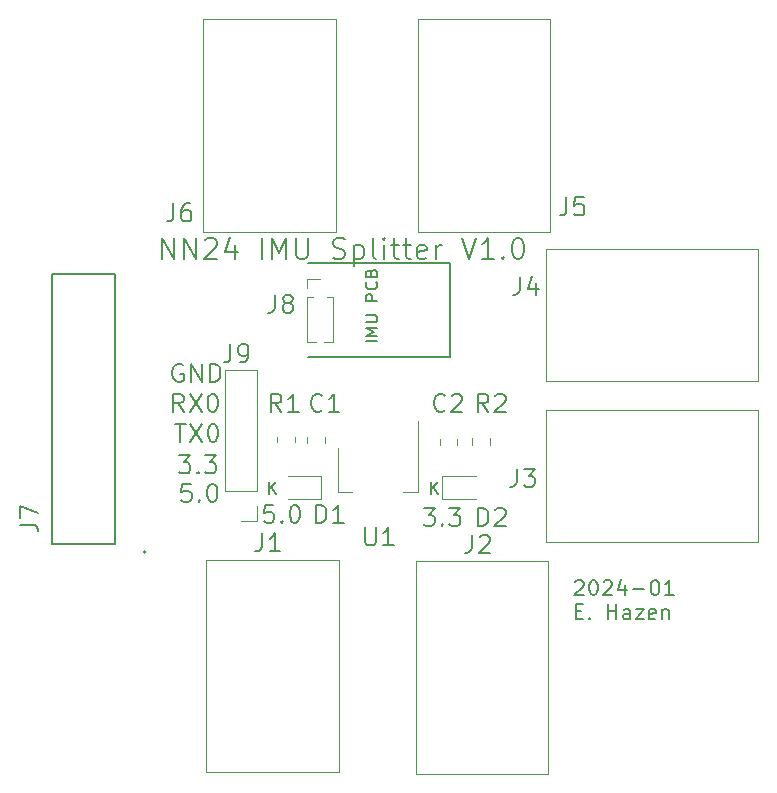
<source format=gbr>
%TF.GenerationSoftware,KiCad,Pcbnew,7.0.10-7.0.10~ubuntu22.04.1*%
%TF.CreationDate,2024-01-24T15:45:47-05:00*%
%TF.ProjectId,imu-splitter,696d752d-7370-46c6-9974-7465722e6b69,rev?*%
%TF.SameCoordinates,Original*%
%TF.FileFunction,Legend,Top*%
%TF.FilePolarity,Positive*%
%FSLAX46Y46*%
G04 Gerber Fmt 4.6, Leading zero omitted, Abs format (unit mm)*
G04 Created by KiCad (PCBNEW 7.0.10-7.0.10~ubuntu22.04.1) date 2024-01-24 15:45:47*
%MOMM*%
%LPD*%
G01*
G04 APERTURE LIST*
%ADD10C,0.150000*%
%ADD11C,0.203200*%
%ADD12C,0.152400*%
%ADD13C,0.100000*%
%ADD14C,0.120000*%
%ADD15C,0.200000*%
G04 APERTURE END LIST*
D10*
X196091000Y-98486000D02*
X184091000Y-98486000D01*
X196091000Y-90486000D02*
X196091000Y-98486000D01*
X184091000Y-90486000D02*
X196091000Y-90486000D01*
D11*
X172843826Y-104146924D02*
X173714684Y-104146924D01*
X173279255Y-105670924D02*
X173279255Y-104146924D01*
X174077541Y-104146924D02*
X175093541Y-105670924D01*
X175093541Y-104146924D02*
X174077541Y-105670924D01*
X175964398Y-104146924D02*
X176109541Y-104146924D01*
X176109541Y-104146924D02*
X176254684Y-104219495D01*
X176254684Y-104219495D02*
X176327256Y-104292067D01*
X176327256Y-104292067D02*
X176399827Y-104437210D01*
X176399827Y-104437210D02*
X176472398Y-104727495D01*
X176472398Y-104727495D02*
X176472398Y-105090353D01*
X176472398Y-105090353D02*
X176399827Y-105380638D01*
X176399827Y-105380638D02*
X176327256Y-105525781D01*
X176327256Y-105525781D02*
X176254684Y-105598353D01*
X176254684Y-105598353D02*
X176109541Y-105670924D01*
X176109541Y-105670924D02*
X175964398Y-105670924D01*
X175964398Y-105670924D02*
X175819256Y-105598353D01*
X175819256Y-105598353D02*
X175746684Y-105525781D01*
X175746684Y-105525781D02*
X175674113Y-105380638D01*
X175674113Y-105380638D02*
X175601541Y-105090353D01*
X175601541Y-105090353D02*
X175601541Y-104727495D01*
X175601541Y-104727495D02*
X175674113Y-104437210D01*
X175674113Y-104437210D02*
X175746684Y-104292067D01*
X175746684Y-104292067D02*
X175819256Y-104219495D01*
X175819256Y-104219495D02*
X175964398Y-104146924D01*
X173170398Y-106813924D02*
X174113826Y-106813924D01*
X174113826Y-106813924D02*
X173605826Y-107394495D01*
X173605826Y-107394495D02*
X173823541Y-107394495D01*
X173823541Y-107394495D02*
X173968684Y-107467067D01*
X173968684Y-107467067D02*
X174041255Y-107539638D01*
X174041255Y-107539638D02*
X174113826Y-107684781D01*
X174113826Y-107684781D02*
X174113826Y-108047638D01*
X174113826Y-108047638D02*
X174041255Y-108192781D01*
X174041255Y-108192781D02*
X173968684Y-108265353D01*
X173968684Y-108265353D02*
X173823541Y-108337924D01*
X173823541Y-108337924D02*
X173388112Y-108337924D01*
X173388112Y-108337924D02*
X173242969Y-108265353D01*
X173242969Y-108265353D02*
X173170398Y-108192781D01*
X174766970Y-108192781D02*
X174839541Y-108265353D01*
X174839541Y-108265353D02*
X174766970Y-108337924D01*
X174766970Y-108337924D02*
X174694398Y-108265353D01*
X174694398Y-108265353D02*
X174766970Y-108192781D01*
X174766970Y-108192781D02*
X174766970Y-108337924D01*
X175347541Y-106813924D02*
X176290969Y-106813924D01*
X176290969Y-106813924D02*
X175782969Y-107394495D01*
X175782969Y-107394495D02*
X176000684Y-107394495D01*
X176000684Y-107394495D02*
X176145827Y-107467067D01*
X176145827Y-107467067D02*
X176218398Y-107539638D01*
X176218398Y-107539638D02*
X176290969Y-107684781D01*
X176290969Y-107684781D02*
X176290969Y-108047638D01*
X176290969Y-108047638D02*
X176218398Y-108192781D01*
X176218398Y-108192781D02*
X176145827Y-108265353D01*
X176145827Y-108265353D02*
X176000684Y-108337924D01*
X176000684Y-108337924D02*
X175565255Y-108337924D01*
X175565255Y-108337924D02*
X175420112Y-108265353D01*
X175420112Y-108265353D02*
X175347541Y-108192781D01*
X173478826Y-99139495D02*
X173333684Y-99066924D01*
X173333684Y-99066924D02*
X173115969Y-99066924D01*
X173115969Y-99066924D02*
X172898255Y-99139495D01*
X172898255Y-99139495D02*
X172753112Y-99284638D01*
X172753112Y-99284638D02*
X172680541Y-99429781D01*
X172680541Y-99429781D02*
X172607969Y-99720067D01*
X172607969Y-99720067D02*
X172607969Y-99937781D01*
X172607969Y-99937781D02*
X172680541Y-100228067D01*
X172680541Y-100228067D02*
X172753112Y-100373210D01*
X172753112Y-100373210D02*
X172898255Y-100518353D01*
X172898255Y-100518353D02*
X173115969Y-100590924D01*
X173115969Y-100590924D02*
X173261112Y-100590924D01*
X173261112Y-100590924D02*
X173478826Y-100518353D01*
X173478826Y-100518353D02*
X173551398Y-100445781D01*
X173551398Y-100445781D02*
X173551398Y-99937781D01*
X173551398Y-99937781D02*
X173261112Y-99937781D01*
X174204541Y-100590924D02*
X174204541Y-99066924D01*
X174204541Y-99066924D02*
X175075398Y-100590924D01*
X175075398Y-100590924D02*
X175075398Y-99066924D01*
X175801112Y-100590924D02*
X175801112Y-99066924D01*
X175801112Y-99066924D02*
X176163969Y-99066924D01*
X176163969Y-99066924D02*
X176381683Y-99139495D01*
X176381683Y-99139495D02*
X176526826Y-99284638D01*
X176526826Y-99284638D02*
X176599397Y-99429781D01*
X176599397Y-99429781D02*
X176671969Y-99720067D01*
X176671969Y-99720067D02*
X176671969Y-99937781D01*
X176671969Y-99937781D02*
X176599397Y-100228067D01*
X176599397Y-100228067D02*
X176526826Y-100373210D01*
X176526826Y-100373210D02*
X176381683Y-100518353D01*
X176381683Y-100518353D02*
X176163969Y-100590924D01*
X176163969Y-100590924D02*
X175801112Y-100590924D01*
X173551398Y-103130924D02*
X173043398Y-102405210D01*
X172680541Y-103130924D02*
X172680541Y-101606924D01*
X172680541Y-101606924D02*
X173261112Y-101606924D01*
X173261112Y-101606924D02*
X173406255Y-101679495D01*
X173406255Y-101679495D02*
X173478826Y-101752067D01*
X173478826Y-101752067D02*
X173551398Y-101897210D01*
X173551398Y-101897210D02*
X173551398Y-102114924D01*
X173551398Y-102114924D02*
X173478826Y-102260067D01*
X173478826Y-102260067D02*
X173406255Y-102332638D01*
X173406255Y-102332638D02*
X173261112Y-102405210D01*
X173261112Y-102405210D02*
X172680541Y-102405210D01*
X174059398Y-101606924D02*
X175075398Y-103130924D01*
X175075398Y-101606924D02*
X174059398Y-103130924D01*
X175946255Y-101606924D02*
X176091398Y-101606924D01*
X176091398Y-101606924D02*
X176236541Y-101679495D01*
X176236541Y-101679495D02*
X176309113Y-101752067D01*
X176309113Y-101752067D02*
X176381684Y-101897210D01*
X176381684Y-101897210D02*
X176454255Y-102187495D01*
X176454255Y-102187495D02*
X176454255Y-102550353D01*
X176454255Y-102550353D02*
X176381684Y-102840638D01*
X176381684Y-102840638D02*
X176309113Y-102985781D01*
X176309113Y-102985781D02*
X176236541Y-103058353D01*
X176236541Y-103058353D02*
X176091398Y-103130924D01*
X176091398Y-103130924D02*
X175946255Y-103130924D01*
X175946255Y-103130924D02*
X175801113Y-103058353D01*
X175801113Y-103058353D02*
X175728541Y-102985781D01*
X175728541Y-102985781D02*
X175655970Y-102840638D01*
X175655970Y-102840638D02*
X175583398Y-102550353D01*
X175583398Y-102550353D02*
X175583398Y-102187495D01*
X175583398Y-102187495D02*
X175655970Y-101897210D01*
X175655970Y-101897210D02*
X175728541Y-101752067D01*
X175728541Y-101752067D02*
X175801113Y-101679495D01*
X175801113Y-101679495D02*
X175946255Y-101606924D01*
D10*
X180775779Y-110055819D02*
X180775779Y-109055819D01*
X181347207Y-110055819D02*
X180918636Y-109484390D01*
X181347207Y-109055819D02*
X180775779Y-109627247D01*
D11*
X193871398Y-111258924D02*
X194814826Y-111258924D01*
X194814826Y-111258924D02*
X194306826Y-111839495D01*
X194306826Y-111839495D02*
X194524541Y-111839495D01*
X194524541Y-111839495D02*
X194669684Y-111912067D01*
X194669684Y-111912067D02*
X194742255Y-111984638D01*
X194742255Y-111984638D02*
X194814826Y-112129781D01*
X194814826Y-112129781D02*
X194814826Y-112492638D01*
X194814826Y-112492638D02*
X194742255Y-112637781D01*
X194742255Y-112637781D02*
X194669684Y-112710353D01*
X194669684Y-112710353D02*
X194524541Y-112782924D01*
X194524541Y-112782924D02*
X194089112Y-112782924D01*
X194089112Y-112782924D02*
X193943969Y-112710353D01*
X193943969Y-112710353D02*
X193871398Y-112637781D01*
X195467970Y-112637781D02*
X195540541Y-112710353D01*
X195540541Y-112710353D02*
X195467970Y-112782924D01*
X195467970Y-112782924D02*
X195395398Y-112710353D01*
X195395398Y-112710353D02*
X195467970Y-112637781D01*
X195467970Y-112637781D02*
X195467970Y-112782924D01*
X196048541Y-111258924D02*
X196991969Y-111258924D01*
X196991969Y-111258924D02*
X196483969Y-111839495D01*
X196483969Y-111839495D02*
X196701684Y-111839495D01*
X196701684Y-111839495D02*
X196846827Y-111912067D01*
X196846827Y-111912067D02*
X196919398Y-111984638D01*
X196919398Y-111984638D02*
X196991969Y-112129781D01*
X196991969Y-112129781D02*
X196991969Y-112492638D01*
X196991969Y-112492638D02*
X196919398Y-112637781D01*
X196919398Y-112637781D02*
X196846827Y-112710353D01*
X196846827Y-112710353D02*
X196701684Y-112782924D01*
X196701684Y-112782924D02*
X196266255Y-112782924D01*
X196266255Y-112782924D02*
X196121112Y-112710353D01*
X196121112Y-112710353D02*
X196048541Y-112637781D01*
X171725017Y-90145840D02*
X171725017Y-88367840D01*
X171725017Y-88367840D02*
X172741017Y-90145840D01*
X172741017Y-90145840D02*
X172741017Y-88367840D01*
X173587684Y-90145840D02*
X173587684Y-88367840D01*
X173587684Y-88367840D02*
X174603684Y-90145840D01*
X174603684Y-90145840D02*
X174603684Y-88367840D01*
X175365684Y-88537174D02*
X175450351Y-88452507D01*
X175450351Y-88452507D02*
X175619684Y-88367840D01*
X175619684Y-88367840D02*
X176043018Y-88367840D01*
X176043018Y-88367840D02*
X176212351Y-88452507D01*
X176212351Y-88452507D02*
X176297018Y-88537174D01*
X176297018Y-88537174D02*
X176381684Y-88706507D01*
X176381684Y-88706507D02*
X176381684Y-88875840D01*
X176381684Y-88875840D02*
X176297018Y-89129840D01*
X176297018Y-89129840D02*
X175281018Y-90145840D01*
X175281018Y-90145840D02*
X176381684Y-90145840D01*
X177905684Y-88960507D02*
X177905684Y-90145840D01*
X177482351Y-88283174D02*
X177059017Y-89553174D01*
X177059017Y-89553174D02*
X178159684Y-89553174D01*
X180191684Y-90145840D02*
X180191684Y-88367840D01*
X181038351Y-90145840D02*
X181038351Y-88367840D01*
X181038351Y-88367840D02*
X181631018Y-89637840D01*
X181631018Y-89637840D02*
X182223684Y-88367840D01*
X182223684Y-88367840D02*
X182223684Y-90145840D01*
X183070351Y-88367840D02*
X183070351Y-89807174D01*
X183070351Y-89807174D02*
X183155018Y-89976507D01*
X183155018Y-89976507D02*
X183239684Y-90061174D01*
X183239684Y-90061174D02*
X183409018Y-90145840D01*
X183409018Y-90145840D02*
X183747684Y-90145840D01*
X183747684Y-90145840D02*
X183917018Y-90061174D01*
X183917018Y-90061174D02*
X184001684Y-89976507D01*
X184001684Y-89976507D02*
X184086351Y-89807174D01*
X184086351Y-89807174D02*
X184086351Y-88367840D01*
X186203018Y-90061174D02*
X186457018Y-90145840D01*
X186457018Y-90145840D02*
X186880352Y-90145840D01*
X186880352Y-90145840D02*
X187049685Y-90061174D01*
X187049685Y-90061174D02*
X187134352Y-89976507D01*
X187134352Y-89976507D02*
X187219018Y-89807174D01*
X187219018Y-89807174D02*
X187219018Y-89637840D01*
X187219018Y-89637840D02*
X187134352Y-89468507D01*
X187134352Y-89468507D02*
X187049685Y-89383840D01*
X187049685Y-89383840D02*
X186880352Y-89299174D01*
X186880352Y-89299174D02*
X186541685Y-89214507D01*
X186541685Y-89214507D02*
X186372352Y-89129840D01*
X186372352Y-89129840D02*
X186287685Y-89045174D01*
X186287685Y-89045174D02*
X186203018Y-88875840D01*
X186203018Y-88875840D02*
X186203018Y-88706507D01*
X186203018Y-88706507D02*
X186287685Y-88537174D01*
X186287685Y-88537174D02*
X186372352Y-88452507D01*
X186372352Y-88452507D02*
X186541685Y-88367840D01*
X186541685Y-88367840D02*
X186965018Y-88367840D01*
X186965018Y-88367840D02*
X187219018Y-88452507D01*
X187981018Y-88960507D02*
X187981018Y-90738507D01*
X187981018Y-89045174D02*
X188150351Y-88960507D01*
X188150351Y-88960507D02*
X188489018Y-88960507D01*
X188489018Y-88960507D02*
X188658351Y-89045174D01*
X188658351Y-89045174D02*
X188743018Y-89129840D01*
X188743018Y-89129840D02*
X188827685Y-89299174D01*
X188827685Y-89299174D02*
X188827685Y-89807174D01*
X188827685Y-89807174D02*
X188743018Y-89976507D01*
X188743018Y-89976507D02*
X188658351Y-90061174D01*
X188658351Y-90061174D02*
X188489018Y-90145840D01*
X188489018Y-90145840D02*
X188150351Y-90145840D01*
X188150351Y-90145840D02*
X187981018Y-90061174D01*
X189843685Y-90145840D02*
X189674352Y-90061174D01*
X189674352Y-90061174D02*
X189589685Y-89891840D01*
X189589685Y-89891840D02*
X189589685Y-88367840D01*
X190521018Y-90145840D02*
X190521018Y-88960507D01*
X190521018Y-88367840D02*
X190436351Y-88452507D01*
X190436351Y-88452507D02*
X190521018Y-88537174D01*
X190521018Y-88537174D02*
X190605685Y-88452507D01*
X190605685Y-88452507D02*
X190521018Y-88367840D01*
X190521018Y-88367840D02*
X190521018Y-88537174D01*
X191113685Y-88960507D02*
X191791018Y-88960507D01*
X191367685Y-88367840D02*
X191367685Y-89891840D01*
X191367685Y-89891840D02*
X191452352Y-90061174D01*
X191452352Y-90061174D02*
X191621685Y-90145840D01*
X191621685Y-90145840D02*
X191791018Y-90145840D01*
X192129685Y-88960507D02*
X192807018Y-88960507D01*
X192383685Y-88367840D02*
X192383685Y-89891840D01*
X192383685Y-89891840D02*
X192468352Y-90061174D01*
X192468352Y-90061174D02*
X192637685Y-90145840D01*
X192637685Y-90145840D02*
X192807018Y-90145840D01*
X194077018Y-90061174D02*
X193907685Y-90145840D01*
X193907685Y-90145840D02*
X193569018Y-90145840D01*
X193569018Y-90145840D02*
X193399685Y-90061174D01*
X193399685Y-90061174D02*
X193315018Y-89891840D01*
X193315018Y-89891840D02*
X193315018Y-89214507D01*
X193315018Y-89214507D02*
X193399685Y-89045174D01*
X193399685Y-89045174D02*
X193569018Y-88960507D01*
X193569018Y-88960507D02*
X193907685Y-88960507D01*
X193907685Y-88960507D02*
X194077018Y-89045174D01*
X194077018Y-89045174D02*
X194161685Y-89214507D01*
X194161685Y-89214507D02*
X194161685Y-89383840D01*
X194161685Y-89383840D02*
X193315018Y-89553174D01*
X194923685Y-90145840D02*
X194923685Y-88960507D01*
X194923685Y-89299174D02*
X195008352Y-89129840D01*
X195008352Y-89129840D02*
X195093018Y-89045174D01*
X195093018Y-89045174D02*
X195262352Y-88960507D01*
X195262352Y-88960507D02*
X195431685Y-88960507D01*
X197125019Y-88367840D02*
X197717686Y-90145840D01*
X197717686Y-90145840D02*
X198310352Y-88367840D01*
X199834352Y-90145840D02*
X198818352Y-90145840D01*
X199326352Y-90145840D02*
X199326352Y-88367840D01*
X199326352Y-88367840D02*
X199157019Y-88621840D01*
X199157019Y-88621840D02*
X198987686Y-88791174D01*
X198987686Y-88791174D02*
X198818352Y-88875840D01*
X200596352Y-89976507D02*
X200681019Y-90061174D01*
X200681019Y-90061174D02*
X200596352Y-90145840D01*
X200596352Y-90145840D02*
X200511685Y-90061174D01*
X200511685Y-90061174D02*
X200596352Y-89976507D01*
X200596352Y-89976507D02*
X200596352Y-90145840D01*
X201781686Y-88367840D02*
X201951019Y-88367840D01*
X201951019Y-88367840D02*
X202120352Y-88452507D01*
X202120352Y-88452507D02*
X202205019Y-88537174D01*
X202205019Y-88537174D02*
X202289686Y-88706507D01*
X202289686Y-88706507D02*
X202374352Y-89045174D01*
X202374352Y-89045174D02*
X202374352Y-89468507D01*
X202374352Y-89468507D02*
X202289686Y-89807174D01*
X202289686Y-89807174D02*
X202205019Y-89976507D01*
X202205019Y-89976507D02*
X202120352Y-90061174D01*
X202120352Y-90061174D02*
X201951019Y-90145840D01*
X201951019Y-90145840D02*
X201781686Y-90145840D01*
X201781686Y-90145840D02*
X201612352Y-90061174D01*
X201612352Y-90061174D02*
X201527686Y-89976507D01*
X201527686Y-89976507D02*
X201443019Y-89807174D01*
X201443019Y-89807174D02*
X201358352Y-89468507D01*
X201358352Y-89468507D02*
X201358352Y-89045174D01*
X201358352Y-89045174D02*
X201443019Y-88706507D01*
X201443019Y-88706507D02*
X201527686Y-88537174D01*
X201527686Y-88537174D02*
X201612352Y-88452507D01*
X201612352Y-88452507D02*
X201781686Y-88367840D01*
D10*
X194491779Y-110055819D02*
X194491779Y-109055819D01*
X195063207Y-110055819D02*
X194634636Y-109484390D01*
X195063207Y-109055819D02*
X194491779Y-109627247D01*
X189960819Y-97149220D02*
X188960819Y-97149220D01*
X189960819Y-96673030D02*
X188960819Y-96673030D01*
X188960819Y-96673030D02*
X189675104Y-96339697D01*
X189675104Y-96339697D02*
X188960819Y-96006364D01*
X188960819Y-96006364D02*
X189960819Y-96006364D01*
X188960819Y-95530173D02*
X189770342Y-95530173D01*
X189770342Y-95530173D02*
X189865580Y-95482554D01*
X189865580Y-95482554D02*
X189913200Y-95434935D01*
X189913200Y-95434935D02*
X189960819Y-95339697D01*
X189960819Y-95339697D02*
X189960819Y-95149221D01*
X189960819Y-95149221D02*
X189913200Y-95053983D01*
X189913200Y-95053983D02*
X189865580Y-95006364D01*
X189865580Y-95006364D02*
X189770342Y-94958745D01*
X189770342Y-94958745D02*
X188960819Y-94958745D01*
X189960819Y-93720649D02*
X188960819Y-93720649D01*
X188960819Y-93720649D02*
X188960819Y-93339697D01*
X188960819Y-93339697D02*
X189008438Y-93244459D01*
X189008438Y-93244459D02*
X189056057Y-93196840D01*
X189056057Y-93196840D02*
X189151295Y-93149221D01*
X189151295Y-93149221D02*
X189294152Y-93149221D01*
X189294152Y-93149221D02*
X189389390Y-93196840D01*
X189389390Y-93196840D02*
X189437009Y-93244459D01*
X189437009Y-93244459D02*
X189484628Y-93339697D01*
X189484628Y-93339697D02*
X189484628Y-93720649D01*
X189865580Y-92149221D02*
X189913200Y-92196840D01*
X189913200Y-92196840D02*
X189960819Y-92339697D01*
X189960819Y-92339697D02*
X189960819Y-92434935D01*
X189960819Y-92434935D02*
X189913200Y-92577792D01*
X189913200Y-92577792D02*
X189817961Y-92673030D01*
X189817961Y-92673030D02*
X189722723Y-92720649D01*
X189722723Y-92720649D02*
X189532247Y-92768268D01*
X189532247Y-92768268D02*
X189389390Y-92768268D01*
X189389390Y-92768268D02*
X189198914Y-92720649D01*
X189198914Y-92720649D02*
X189103676Y-92673030D01*
X189103676Y-92673030D02*
X189008438Y-92577792D01*
X189008438Y-92577792D02*
X188960819Y-92434935D01*
X188960819Y-92434935D02*
X188960819Y-92339697D01*
X188960819Y-92339697D02*
X189008438Y-92196840D01*
X189008438Y-92196840D02*
X189056057Y-92149221D01*
X189437009Y-91387316D02*
X189484628Y-91244459D01*
X189484628Y-91244459D02*
X189532247Y-91196840D01*
X189532247Y-91196840D02*
X189627485Y-91149221D01*
X189627485Y-91149221D02*
X189770342Y-91149221D01*
X189770342Y-91149221D02*
X189865580Y-91196840D01*
X189865580Y-91196840D02*
X189913200Y-91244459D01*
X189913200Y-91244459D02*
X189960819Y-91339697D01*
X189960819Y-91339697D02*
X189960819Y-91720649D01*
X189960819Y-91720649D02*
X188960819Y-91720649D01*
X188960819Y-91720649D02*
X188960819Y-91387316D01*
X188960819Y-91387316D02*
X189008438Y-91292078D01*
X189008438Y-91292078D02*
X189056057Y-91244459D01*
X189056057Y-91244459D02*
X189151295Y-91196840D01*
X189151295Y-91196840D02*
X189246533Y-91196840D01*
X189246533Y-91196840D02*
X189341771Y-91244459D01*
X189341771Y-91244459D02*
X189389390Y-91292078D01*
X189389390Y-91292078D02*
X189437009Y-91387316D01*
X189437009Y-91387316D02*
X189437009Y-91720649D01*
D12*
X206689167Y-117496903D02*
X206749643Y-117436427D01*
X206749643Y-117436427D02*
X206870596Y-117375951D01*
X206870596Y-117375951D02*
X207172977Y-117375951D01*
X207172977Y-117375951D02*
X207293929Y-117436427D01*
X207293929Y-117436427D02*
X207354405Y-117496903D01*
X207354405Y-117496903D02*
X207414882Y-117617855D01*
X207414882Y-117617855D02*
X207414882Y-117738808D01*
X207414882Y-117738808D02*
X207354405Y-117920236D01*
X207354405Y-117920236D02*
X206628691Y-118645951D01*
X206628691Y-118645951D02*
X207414882Y-118645951D01*
X208201072Y-117375951D02*
X208322025Y-117375951D01*
X208322025Y-117375951D02*
X208442977Y-117436427D01*
X208442977Y-117436427D02*
X208503453Y-117496903D01*
X208503453Y-117496903D02*
X208563929Y-117617855D01*
X208563929Y-117617855D02*
X208624406Y-117859760D01*
X208624406Y-117859760D02*
X208624406Y-118162141D01*
X208624406Y-118162141D02*
X208563929Y-118404046D01*
X208563929Y-118404046D02*
X208503453Y-118524998D01*
X208503453Y-118524998D02*
X208442977Y-118585475D01*
X208442977Y-118585475D02*
X208322025Y-118645951D01*
X208322025Y-118645951D02*
X208201072Y-118645951D01*
X208201072Y-118645951D02*
X208080120Y-118585475D01*
X208080120Y-118585475D02*
X208019644Y-118524998D01*
X208019644Y-118524998D02*
X207959167Y-118404046D01*
X207959167Y-118404046D02*
X207898691Y-118162141D01*
X207898691Y-118162141D02*
X207898691Y-117859760D01*
X207898691Y-117859760D02*
X207959167Y-117617855D01*
X207959167Y-117617855D02*
X208019644Y-117496903D01*
X208019644Y-117496903D02*
X208080120Y-117436427D01*
X208080120Y-117436427D02*
X208201072Y-117375951D01*
X209108215Y-117496903D02*
X209168691Y-117436427D01*
X209168691Y-117436427D02*
X209289644Y-117375951D01*
X209289644Y-117375951D02*
X209592025Y-117375951D01*
X209592025Y-117375951D02*
X209712977Y-117436427D01*
X209712977Y-117436427D02*
X209773453Y-117496903D01*
X209773453Y-117496903D02*
X209833930Y-117617855D01*
X209833930Y-117617855D02*
X209833930Y-117738808D01*
X209833930Y-117738808D02*
X209773453Y-117920236D01*
X209773453Y-117920236D02*
X209047739Y-118645951D01*
X209047739Y-118645951D02*
X209833930Y-118645951D01*
X210922501Y-117799284D02*
X210922501Y-118645951D01*
X210620120Y-117315475D02*
X210317739Y-118222617D01*
X210317739Y-118222617D02*
X211103930Y-118222617D01*
X211587739Y-118162141D02*
X212555359Y-118162141D01*
X213402025Y-117375951D02*
X213522978Y-117375951D01*
X213522978Y-117375951D02*
X213643930Y-117436427D01*
X213643930Y-117436427D02*
X213704406Y-117496903D01*
X213704406Y-117496903D02*
X213764882Y-117617855D01*
X213764882Y-117617855D02*
X213825359Y-117859760D01*
X213825359Y-117859760D02*
X213825359Y-118162141D01*
X213825359Y-118162141D02*
X213764882Y-118404046D01*
X213764882Y-118404046D02*
X213704406Y-118524998D01*
X213704406Y-118524998D02*
X213643930Y-118585475D01*
X213643930Y-118585475D02*
X213522978Y-118645951D01*
X213522978Y-118645951D02*
X213402025Y-118645951D01*
X213402025Y-118645951D02*
X213281073Y-118585475D01*
X213281073Y-118585475D02*
X213220597Y-118524998D01*
X213220597Y-118524998D02*
X213160120Y-118404046D01*
X213160120Y-118404046D02*
X213099644Y-118162141D01*
X213099644Y-118162141D02*
X213099644Y-117859760D01*
X213099644Y-117859760D02*
X213160120Y-117617855D01*
X213160120Y-117617855D02*
X213220597Y-117496903D01*
X213220597Y-117496903D02*
X213281073Y-117436427D01*
X213281073Y-117436427D02*
X213402025Y-117375951D01*
X215034883Y-118645951D02*
X214309168Y-118645951D01*
X214672025Y-118645951D02*
X214672025Y-117375951D01*
X214672025Y-117375951D02*
X214551073Y-117557379D01*
X214551073Y-117557379D02*
X214430121Y-117678332D01*
X214430121Y-117678332D02*
X214309168Y-117738808D01*
X206749643Y-120025413D02*
X207172977Y-120025413D01*
X207354405Y-120690651D02*
X206749643Y-120690651D01*
X206749643Y-120690651D02*
X206749643Y-119420651D01*
X206749643Y-119420651D02*
X207354405Y-119420651D01*
X207898691Y-120569698D02*
X207959168Y-120630175D01*
X207959168Y-120630175D02*
X207898691Y-120690651D01*
X207898691Y-120690651D02*
X207838215Y-120630175D01*
X207838215Y-120630175D02*
X207898691Y-120569698D01*
X207898691Y-120569698D02*
X207898691Y-120690651D01*
X209471072Y-120690651D02*
X209471072Y-119420651D01*
X209471072Y-120025413D02*
X210196787Y-120025413D01*
X210196787Y-120690651D02*
X210196787Y-119420651D01*
X211345834Y-120690651D02*
X211345834Y-120025413D01*
X211345834Y-120025413D02*
X211285358Y-119904460D01*
X211285358Y-119904460D02*
X211164406Y-119843984D01*
X211164406Y-119843984D02*
X210922501Y-119843984D01*
X210922501Y-119843984D02*
X210801548Y-119904460D01*
X211345834Y-120630175D02*
X211224882Y-120690651D01*
X211224882Y-120690651D02*
X210922501Y-120690651D01*
X210922501Y-120690651D02*
X210801548Y-120630175D01*
X210801548Y-120630175D02*
X210741072Y-120509222D01*
X210741072Y-120509222D02*
X210741072Y-120388270D01*
X210741072Y-120388270D02*
X210801548Y-120267317D01*
X210801548Y-120267317D02*
X210922501Y-120206841D01*
X210922501Y-120206841D02*
X211224882Y-120206841D01*
X211224882Y-120206841D02*
X211345834Y-120146365D01*
X211829644Y-119843984D02*
X212494882Y-119843984D01*
X212494882Y-119843984D02*
X211829644Y-120690651D01*
X211829644Y-120690651D02*
X212494882Y-120690651D01*
X213462501Y-120630175D02*
X213341549Y-120690651D01*
X213341549Y-120690651D02*
X213099644Y-120690651D01*
X213099644Y-120690651D02*
X212978691Y-120630175D01*
X212978691Y-120630175D02*
X212918215Y-120509222D01*
X212918215Y-120509222D02*
X212918215Y-120025413D01*
X212918215Y-120025413D02*
X212978691Y-119904460D01*
X212978691Y-119904460D02*
X213099644Y-119843984D01*
X213099644Y-119843984D02*
X213341549Y-119843984D01*
X213341549Y-119843984D02*
X213462501Y-119904460D01*
X213462501Y-119904460D02*
X213522977Y-120025413D01*
X213522977Y-120025413D02*
X213522977Y-120146365D01*
X213522977Y-120146365D02*
X212918215Y-120267317D01*
X214067262Y-119843984D02*
X214067262Y-120690651D01*
X214067262Y-119964936D02*
X214127739Y-119904460D01*
X214127739Y-119904460D02*
X214248691Y-119843984D01*
X214248691Y-119843984D02*
X214430120Y-119843984D01*
X214430120Y-119843984D02*
X214551072Y-119904460D01*
X214551072Y-119904460D02*
X214611548Y-120025413D01*
X214611548Y-120025413D02*
X214611548Y-120690651D01*
D11*
X174168255Y-109226924D02*
X173442541Y-109226924D01*
X173442541Y-109226924D02*
X173369969Y-109952638D01*
X173369969Y-109952638D02*
X173442541Y-109880067D01*
X173442541Y-109880067D02*
X173587684Y-109807495D01*
X173587684Y-109807495D02*
X173950541Y-109807495D01*
X173950541Y-109807495D02*
X174095684Y-109880067D01*
X174095684Y-109880067D02*
X174168255Y-109952638D01*
X174168255Y-109952638D02*
X174240826Y-110097781D01*
X174240826Y-110097781D02*
X174240826Y-110460638D01*
X174240826Y-110460638D02*
X174168255Y-110605781D01*
X174168255Y-110605781D02*
X174095684Y-110678353D01*
X174095684Y-110678353D02*
X173950541Y-110750924D01*
X173950541Y-110750924D02*
X173587684Y-110750924D01*
X173587684Y-110750924D02*
X173442541Y-110678353D01*
X173442541Y-110678353D02*
X173369969Y-110605781D01*
X174893970Y-110605781D02*
X174966541Y-110678353D01*
X174966541Y-110678353D02*
X174893970Y-110750924D01*
X174893970Y-110750924D02*
X174821398Y-110678353D01*
X174821398Y-110678353D02*
X174893970Y-110605781D01*
X174893970Y-110605781D02*
X174893970Y-110750924D01*
X175909969Y-109226924D02*
X176055112Y-109226924D01*
X176055112Y-109226924D02*
X176200255Y-109299495D01*
X176200255Y-109299495D02*
X176272827Y-109372067D01*
X176272827Y-109372067D02*
X176345398Y-109517210D01*
X176345398Y-109517210D02*
X176417969Y-109807495D01*
X176417969Y-109807495D02*
X176417969Y-110170353D01*
X176417969Y-110170353D02*
X176345398Y-110460638D01*
X176345398Y-110460638D02*
X176272827Y-110605781D01*
X176272827Y-110605781D02*
X176200255Y-110678353D01*
X176200255Y-110678353D02*
X176055112Y-110750924D01*
X176055112Y-110750924D02*
X175909969Y-110750924D01*
X175909969Y-110750924D02*
X175764827Y-110678353D01*
X175764827Y-110678353D02*
X175692255Y-110605781D01*
X175692255Y-110605781D02*
X175619684Y-110460638D01*
X175619684Y-110460638D02*
X175547112Y-110170353D01*
X175547112Y-110170353D02*
X175547112Y-109807495D01*
X175547112Y-109807495D02*
X175619684Y-109517210D01*
X175619684Y-109517210D02*
X175692255Y-109372067D01*
X175692255Y-109372067D02*
X175764827Y-109299495D01*
X175764827Y-109299495D02*
X175909969Y-109226924D01*
X181153255Y-111004924D02*
X180427541Y-111004924D01*
X180427541Y-111004924D02*
X180354969Y-111730638D01*
X180354969Y-111730638D02*
X180427541Y-111658067D01*
X180427541Y-111658067D02*
X180572684Y-111585495D01*
X180572684Y-111585495D02*
X180935541Y-111585495D01*
X180935541Y-111585495D02*
X181080684Y-111658067D01*
X181080684Y-111658067D02*
X181153255Y-111730638D01*
X181153255Y-111730638D02*
X181225826Y-111875781D01*
X181225826Y-111875781D02*
X181225826Y-112238638D01*
X181225826Y-112238638D02*
X181153255Y-112383781D01*
X181153255Y-112383781D02*
X181080684Y-112456353D01*
X181080684Y-112456353D02*
X180935541Y-112528924D01*
X180935541Y-112528924D02*
X180572684Y-112528924D01*
X180572684Y-112528924D02*
X180427541Y-112456353D01*
X180427541Y-112456353D02*
X180354969Y-112383781D01*
X181878970Y-112383781D02*
X181951541Y-112456353D01*
X181951541Y-112456353D02*
X181878970Y-112528924D01*
X181878970Y-112528924D02*
X181806398Y-112456353D01*
X181806398Y-112456353D02*
X181878970Y-112383781D01*
X181878970Y-112383781D02*
X181878970Y-112528924D01*
X182894969Y-111004924D02*
X183040112Y-111004924D01*
X183040112Y-111004924D02*
X183185255Y-111077495D01*
X183185255Y-111077495D02*
X183257827Y-111150067D01*
X183257827Y-111150067D02*
X183330398Y-111295210D01*
X183330398Y-111295210D02*
X183402969Y-111585495D01*
X183402969Y-111585495D02*
X183402969Y-111948353D01*
X183402969Y-111948353D02*
X183330398Y-112238638D01*
X183330398Y-112238638D02*
X183257827Y-112383781D01*
X183257827Y-112383781D02*
X183185255Y-112456353D01*
X183185255Y-112456353D02*
X183040112Y-112528924D01*
X183040112Y-112528924D02*
X182894969Y-112528924D01*
X182894969Y-112528924D02*
X182749827Y-112456353D01*
X182749827Y-112456353D02*
X182677255Y-112383781D01*
X182677255Y-112383781D02*
X182604684Y-112238638D01*
X182604684Y-112238638D02*
X182532112Y-111948353D01*
X182532112Y-111948353D02*
X182532112Y-111585495D01*
X182532112Y-111585495D02*
X182604684Y-111295210D01*
X182604684Y-111295210D02*
X182677255Y-111150067D01*
X182677255Y-111150067D02*
X182749827Y-111077495D01*
X182749827Y-111077495D02*
X182894969Y-111004924D01*
X172691999Y-85480464D02*
X172691999Y-86569035D01*
X172691999Y-86569035D02*
X172619428Y-86786750D01*
X172619428Y-86786750D02*
X172474285Y-86931893D01*
X172474285Y-86931893D02*
X172256571Y-87004464D01*
X172256571Y-87004464D02*
X172111428Y-87004464D01*
X174070857Y-85480464D02*
X173780571Y-85480464D01*
X173780571Y-85480464D02*
X173635428Y-85553035D01*
X173635428Y-85553035D02*
X173562857Y-85625607D01*
X173562857Y-85625607D02*
X173417714Y-85843321D01*
X173417714Y-85843321D02*
X173345142Y-86133607D01*
X173345142Y-86133607D02*
X173345142Y-86714178D01*
X173345142Y-86714178D02*
X173417714Y-86859321D01*
X173417714Y-86859321D02*
X173490285Y-86931893D01*
X173490285Y-86931893D02*
X173635428Y-87004464D01*
X173635428Y-87004464D02*
X173925714Y-87004464D01*
X173925714Y-87004464D02*
X174070857Y-86931893D01*
X174070857Y-86931893D02*
X174143428Y-86859321D01*
X174143428Y-86859321D02*
X174215999Y-86714178D01*
X174215999Y-86714178D02*
X174215999Y-86351321D01*
X174215999Y-86351321D02*
X174143428Y-86206178D01*
X174143428Y-86206178D02*
X174070857Y-86133607D01*
X174070857Y-86133607D02*
X173925714Y-86061035D01*
X173925714Y-86061035D02*
X173635428Y-86061035D01*
X173635428Y-86061035D02*
X173490285Y-86133607D01*
X173490285Y-86133607D02*
X173417714Y-86206178D01*
X173417714Y-86206178D02*
X173345142Y-86351321D01*
X185265000Y-102988321D02*
X185192428Y-103060893D01*
X185192428Y-103060893D02*
X184974714Y-103133464D01*
X184974714Y-103133464D02*
X184829571Y-103133464D01*
X184829571Y-103133464D02*
X184611857Y-103060893D01*
X184611857Y-103060893D02*
X184466714Y-102915750D01*
X184466714Y-102915750D02*
X184394143Y-102770607D01*
X184394143Y-102770607D02*
X184321571Y-102480321D01*
X184321571Y-102480321D02*
X184321571Y-102262607D01*
X184321571Y-102262607D02*
X184394143Y-101972321D01*
X184394143Y-101972321D02*
X184466714Y-101827178D01*
X184466714Y-101827178D02*
X184611857Y-101682035D01*
X184611857Y-101682035D02*
X184829571Y-101609464D01*
X184829571Y-101609464D02*
X184974714Y-101609464D01*
X184974714Y-101609464D02*
X185192428Y-101682035D01*
X185192428Y-101682035D02*
X185265000Y-101754607D01*
X186716428Y-103133464D02*
X185845571Y-103133464D01*
X186281000Y-103133464D02*
X186281000Y-101609464D01*
X186281000Y-101609464D02*
X186135857Y-101827178D01*
X186135857Y-101827178D02*
X185990714Y-101972321D01*
X185990714Y-101972321D02*
X185845571Y-102044893D01*
X181291999Y-93237464D02*
X181291999Y-94326035D01*
X181291999Y-94326035D02*
X181219428Y-94543750D01*
X181219428Y-94543750D02*
X181074285Y-94688893D01*
X181074285Y-94688893D02*
X180856571Y-94761464D01*
X180856571Y-94761464D02*
X180711428Y-94761464D01*
X182235428Y-93890607D02*
X182090285Y-93818035D01*
X182090285Y-93818035D02*
X182017714Y-93745464D01*
X182017714Y-93745464D02*
X181945142Y-93600321D01*
X181945142Y-93600321D02*
X181945142Y-93527750D01*
X181945142Y-93527750D02*
X182017714Y-93382607D01*
X182017714Y-93382607D02*
X182090285Y-93310035D01*
X182090285Y-93310035D02*
X182235428Y-93237464D01*
X182235428Y-93237464D02*
X182525714Y-93237464D01*
X182525714Y-93237464D02*
X182670857Y-93310035D01*
X182670857Y-93310035D02*
X182743428Y-93382607D01*
X182743428Y-93382607D02*
X182815999Y-93527750D01*
X182815999Y-93527750D02*
X182815999Y-93600321D01*
X182815999Y-93600321D02*
X182743428Y-93745464D01*
X182743428Y-93745464D02*
X182670857Y-93818035D01*
X182670857Y-93818035D02*
X182525714Y-93890607D01*
X182525714Y-93890607D02*
X182235428Y-93890607D01*
X182235428Y-93890607D02*
X182090285Y-93963178D01*
X182090285Y-93963178D02*
X182017714Y-94035750D01*
X182017714Y-94035750D02*
X181945142Y-94180893D01*
X181945142Y-94180893D02*
X181945142Y-94471178D01*
X181945142Y-94471178D02*
X182017714Y-94616321D01*
X182017714Y-94616321D02*
X182090285Y-94688893D01*
X182090285Y-94688893D02*
X182235428Y-94761464D01*
X182235428Y-94761464D02*
X182525714Y-94761464D01*
X182525714Y-94761464D02*
X182670857Y-94688893D01*
X182670857Y-94688893D02*
X182743428Y-94616321D01*
X182743428Y-94616321D02*
X182815999Y-94471178D01*
X182815999Y-94471178D02*
X182815999Y-94180893D01*
X182815999Y-94180893D02*
X182743428Y-94035750D01*
X182743428Y-94035750D02*
X182670857Y-93963178D01*
X182670857Y-93963178D02*
X182525714Y-93890607D01*
X195679000Y-102988321D02*
X195606428Y-103060893D01*
X195606428Y-103060893D02*
X195388714Y-103133464D01*
X195388714Y-103133464D02*
X195243571Y-103133464D01*
X195243571Y-103133464D02*
X195025857Y-103060893D01*
X195025857Y-103060893D02*
X194880714Y-102915750D01*
X194880714Y-102915750D02*
X194808143Y-102770607D01*
X194808143Y-102770607D02*
X194735571Y-102480321D01*
X194735571Y-102480321D02*
X194735571Y-102262607D01*
X194735571Y-102262607D02*
X194808143Y-101972321D01*
X194808143Y-101972321D02*
X194880714Y-101827178D01*
X194880714Y-101827178D02*
X195025857Y-101682035D01*
X195025857Y-101682035D02*
X195243571Y-101609464D01*
X195243571Y-101609464D02*
X195388714Y-101609464D01*
X195388714Y-101609464D02*
X195606428Y-101682035D01*
X195606428Y-101682035D02*
X195679000Y-101754607D01*
X196259571Y-101754607D02*
X196332143Y-101682035D01*
X196332143Y-101682035D02*
X196477286Y-101609464D01*
X196477286Y-101609464D02*
X196840143Y-101609464D01*
X196840143Y-101609464D02*
X196985286Y-101682035D01*
X196985286Y-101682035D02*
X197057857Y-101754607D01*
X197057857Y-101754607D02*
X197130428Y-101899750D01*
X197130428Y-101899750D02*
X197130428Y-102044893D01*
X197130428Y-102044893D02*
X197057857Y-102262607D01*
X197057857Y-102262607D02*
X196187000Y-103133464D01*
X196187000Y-103133464D02*
X197130428Y-103133464D01*
X159677964Y-112675500D02*
X160766535Y-112675500D01*
X160766535Y-112675500D02*
X160984250Y-112748071D01*
X160984250Y-112748071D02*
X161129393Y-112893214D01*
X161129393Y-112893214D02*
X161201964Y-113110928D01*
X161201964Y-113110928D02*
X161201964Y-113256071D01*
X159677964Y-112094928D02*
X159677964Y-111078928D01*
X159677964Y-111078928D02*
X161201964Y-111732071D01*
X180184999Y-113420464D02*
X180184999Y-114509035D01*
X180184999Y-114509035D02*
X180112428Y-114726750D01*
X180112428Y-114726750D02*
X179967285Y-114871893D01*
X179967285Y-114871893D02*
X179749571Y-114944464D01*
X179749571Y-114944464D02*
X179604428Y-114944464D01*
X181708999Y-114944464D02*
X180838142Y-114944464D01*
X181273571Y-114944464D02*
X181273571Y-113420464D01*
X181273571Y-113420464D02*
X181128428Y-113638178D01*
X181128428Y-113638178D02*
X180983285Y-113783321D01*
X180983285Y-113783321D02*
X180838142Y-113855893D01*
X197964999Y-113547464D02*
X197964999Y-114636035D01*
X197964999Y-114636035D02*
X197892428Y-114853750D01*
X197892428Y-114853750D02*
X197747285Y-114998893D01*
X197747285Y-114998893D02*
X197529571Y-115071464D01*
X197529571Y-115071464D02*
X197384428Y-115071464D01*
X198618142Y-113692607D02*
X198690714Y-113620035D01*
X198690714Y-113620035D02*
X198835857Y-113547464D01*
X198835857Y-113547464D02*
X199198714Y-113547464D01*
X199198714Y-113547464D02*
X199343857Y-113620035D01*
X199343857Y-113620035D02*
X199416428Y-113692607D01*
X199416428Y-113692607D02*
X199488999Y-113837750D01*
X199488999Y-113837750D02*
X199488999Y-113982893D01*
X199488999Y-113982893D02*
X199416428Y-114200607D01*
X199416428Y-114200607D02*
X198545571Y-115071464D01*
X198545571Y-115071464D02*
X199488999Y-115071464D01*
X198491143Y-112785464D02*
X198491143Y-111261464D01*
X198491143Y-111261464D02*
X198854000Y-111261464D01*
X198854000Y-111261464D02*
X199071714Y-111334035D01*
X199071714Y-111334035D02*
X199216857Y-111479178D01*
X199216857Y-111479178D02*
X199289428Y-111624321D01*
X199289428Y-111624321D02*
X199362000Y-111914607D01*
X199362000Y-111914607D02*
X199362000Y-112132321D01*
X199362000Y-112132321D02*
X199289428Y-112422607D01*
X199289428Y-112422607D02*
X199216857Y-112567750D01*
X199216857Y-112567750D02*
X199071714Y-112712893D01*
X199071714Y-112712893D02*
X198854000Y-112785464D01*
X198854000Y-112785464D02*
X198491143Y-112785464D01*
X199942571Y-111406607D02*
X200015143Y-111334035D01*
X200015143Y-111334035D02*
X200160286Y-111261464D01*
X200160286Y-111261464D02*
X200523143Y-111261464D01*
X200523143Y-111261464D02*
X200668286Y-111334035D01*
X200668286Y-111334035D02*
X200740857Y-111406607D01*
X200740857Y-111406607D02*
X200813428Y-111551750D01*
X200813428Y-111551750D02*
X200813428Y-111696893D01*
X200813428Y-111696893D02*
X200740857Y-111914607D01*
X200740857Y-111914607D02*
X199870000Y-112785464D01*
X199870000Y-112785464D02*
X200813428Y-112785464D01*
X177517999Y-97418464D02*
X177517999Y-98507035D01*
X177517999Y-98507035D02*
X177445428Y-98724750D01*
X177445428Y-98724750D02*
X177300285Y-98869893D01*
X177300285Y-98869893D02*
X177082571Y-98942464D01*
X177082571Y-98942464D02*
X176937428Y-98942464D01*
X178316285Y-98942464D02*
X178606571Y-98942464D01*
X178606571Y-98942464D02*
X178751714Y-98869893D01*
X178751714Y-98869893D02*
X178824285Y-98797321D01*
X178824285Y-98797321D02*
X178969428Y-98579607D01*
X178969428Y-98579607D02*
X179041999Y-98289321D01*
X179041999Y-98289321D02*
X179041999Y-97708750D01*
X179041999Y-97708750D02*
X178969428Y-97563607D01*
X178969428Y-97563607D02*
X178896857Y-97491035D01*
X178896857Y-97491035D02*
X178751714Y-97418464D01*
X178751714Y-97418464D02*
X178461428Y-97418464D01*
X178461428Y-97418464D02*
X178316285Y-97491035D01*
X178316285Y-97491035D02*
X178243714Y-97563607D01*
X178243714Y-97563607D02*
X178171142Y-97708750D01*
X178171142Y-97708750D02*
X178171142Y-98071607D01*
X178171142Y-98071607D02*
X178243714Y-98216750D01*
X178243714Y-98216750D02*
X178316285Y-98289321D01*
X178316285Y-98289321D02*
X178461428Y-98361893D01*
X178461428Y-98361893D02*
X178751714Y-98361893D01*
X178751714Y-98361893D02*
X178896857Y-98289321D01*
X178896857Y-98289321D02*
X178969428Y-98216750D01*
X178969428Y-98216750D02*
X179041999Y-98071607D01*
X188929857Y-112912464D02*
X188929857Y-114146178D01*
X188929857Y-114146178D02*
X189002428Y-114291321D01*
X189002428Y-114291321D02*
X189075000Y-114363893D01*
X189075000Y-114363893D02*
X189220142Y-114436464D01*
X189220142Y-114436464D02*
X189510428Y-114436464D01*
X189510428Y-114436464D02*
X189655571Y-114363893D01*
X189655571Y-114363893D02*
X189728142Y-114291321D01*
X189728142Y-114291321D02*
X189800714Y-114146178D01*
X189800714Y-114146178D02*
X189800714Y-112912464D01*
X191324713Y-114436464D02*
X190453856Y-114436464D01*
X190889285Y-114436464D02*
X190889285Y-112912464D01*
X190889285Y-112912464D02*
X190744142Y-113130178D01*
X190744142Y-113130178D02*
X190598999Y-113275321D01*
X190598999Y-113275321D02*
X190453856Y-113347893D01*
X184775143Y-112531464D02*
X184775143Y-111007464D01*
X184775143Y-111007464D02*
X185138000Y-111007464D01*
X185138000Y-111007464D02*
X185355714Y-111080035D01*
X185355714Y-111080035D02*
X185500857Y-111225178D01*
X185500857Y-111225178D02*
X185573428Y-111370321D01*
X185573428Y-111370321D02*
X185646000Y-111660607D01*
X185646000Y-111660607D02*
X185646000Y-111878321D01*
X185646000Y-111878321D02*
X185573428Y-112168607D01*
X185573428Y-112168607D02*
X185500857Y-112313750D01*
X185500857Y-112313750D02*
X185355714Y-112458893D01*
X185355714Y-112458893D02*
X185138000Y-112531464D01*
X185138000Y-112531464D02*
X184775143Y-112531464D01*
X187097428Y-112531464D02*
X186226571Y-112531464D01*
X186662000Y-112531464D02*
X186662000Y-111007464D01*
X186662000Y-111007464D02*
X186516857Y-111225178D01*
X186516857Y-111225178D02*
X186371714Y-111370321D01*
X186371714Y-111370321D02*
X186226571Y-111442893D01*
X181836000Y-103133464D02*
X181328000Y-102407750D01*
X180965143Y-103133464D02*
X180965143Y-101609464D01*
X180965143Y-101609464D02*
X181545714Y-101609464D01*
X181545714Y-101609464D02*
X181690857Y-101682035D01*
X181690857Y-101682035D02*
X181763428Y-101754607D01*
X181763428Y-101754607D02*
X181836000Y-101899750D01*
X181836000Y-101899750D02*
X181836000Y-102117464D01*
X181836000Y-102117464D02*
X181763428Y-102262607D01*
X181763428Y-102262607D02*
X181690857Y-102335178D01*
X181690857Y-102335178D02*
X181545714Y-102407750D01*
X181545714Y-102407750D02*
X180965143Y-102407750D01*
X183287428Y-103133464D02*
X182416571Y-103133464D01*
X182852000Y-103133464D02*
X182852000Y-101609464D01*
X182852000Y-101609464D02*
X182706857Y-101827178D01*
X182706857Y-101827178D02*
X182561714Y-101972321D01*
X182561714Y-101972321D02*
X182416571Y-102044893D01*
X199362000Y-103133464D02*
X198854000Y-102407750D01*
X198491143Y-103133464D02*
X198491143Y-101609464D01*
X198491143Y-101609464D02*
X199071714Y-101609464D01*
X199071714Y-101609464D02*
X199216857Y-101682035D01*
X199216857Y-101682035D02*
X199289428Y-101754607D01*
X199289428Y-101754607D02*
X199362000Y-101899750D01*
X199362000Y-101899750D02*
X199362000Y-102117464D01*
X199362000Y-102117464D02*
X199289428Y-102262607D01*
X199289428Y-102262607D02*
X199216857Y-102335178D01*
X199216857Y-102335178D02*
X199071714Y-102407750D01*
X199071714Y-102407750D02*
X198491143Y-102407750D01*
X199942571Y-101754607D02*
X200015143Y-101682035D01*
X200015143Y-101682035D02*
X200160286Y-101609464D01*
X200160286Y-101609464D02*
X200523143Y-101609464D01*
X200523143Y-101609464D02*
X200668286Y-101682035D01*
X200668286Y-101682035D02*
X200740857Y-101754607D01*
X200740857Y-101754607D02*
X200813428Y-101899750D01*
X200813428Y-101899750D02*
X200813428Y-102044893D01*
X200813428Y-102044893D02*
X200740857Y-102262607D01*
X200740857Y-102262607D02*
X199870000Y-103133464D01*
X199870000Y-103133464D02*
X200813428Y-103133464D01*
X202028999Y-91703464D02*
X202028999Y-92792035D01*
X202028999Y-92792035D02*
X201956428Y-93009750D01*
X201956428Y-93009750D02*
X201811285Y-93154893D01*
X201811285Y-93154893D02*
X201593571Y-93227464D01*
X201593571Y-93227464D02*
X201448428Y-93227464D01*
X203407857Y-92211464D02*
X203407857Y-93227464D01*
X203044999Y-91630893D02*
X202682142Y-92719464D01*
X202682142Y-92719464D02*
X203625571Y-92719464D01*
X201774999Y-107959464D02*
X201774999Y-109048035D01*
X201774999Y-109048035D02*
X201702428Y-109265750D01*
X201702428Y-109265750D02*
X201557285Y-109410893D01*
X201557285Y-109410893D02*
X201339571Y-109483464D01*
X201339571Y-109483464D02*
X201194428Y-109483464D01*
X202355571Y-107959464D02*
X203298999Y-107959464D01*
X203298999Y-107959464D02*
X202790999Y-108540035D01*
X202790999Y-108540035D02*
X203008714Y-108540035D01*
X203008714Y-108540035D02*
X203153857Y-108612607D01*
X203153857Y-108612607D02*
X203226428Y-108685178D01*
X203226428Y-108685178D02*
X203298999Y-108830321D01*
X203298999Y-108830321D02*
X203298999Y-109193178D01*
X203298999Y-109193178D02*
X203226428Y-109338321D01*
X203226428Y-109338321D02*
X203153857Y-109410893D01*
X203153857Y-109410893D02*
X203008714Y-109483464D01*
X203008714Y-109483464D02*
X202573285Y-109483464D01*
X202573285Y-109483464D02*
X202428142Y-109410893D01*
X202428142Y-109410893D02*
X202355571Y-109338321D01*
X205965999Y-84972464D02*
X205965999Y-86061035D01*
X205965999Y-86061035D02*
X205893428Y-86278750D01*
X205893428Y-86278750D02*
X205748285Y-86423893D01*
X205748285Y-86423893D02*
X205530571Y-86496464D01*
X205530571Y-86496464D02*
X205385428Y-86496464D01*
X207417428Y-84972464D02*
X206691714Y-84972464D01*
X206691714Y-84972464D02*
X206619142Y-85698178D01*
X206619142Y-85698178D02*
X206691714Y-85625607D01*
X206691714Y-85625607D02*
X206836857Y-85553035D01*
X206836857Y-85553035D02*
X207199714Y-85553035D01*
X207199714Y-85553035D02*
X207344857Y-85625607D01*
X207344857Y-85625607D02*
X207417428Y-85698178D01*
X207417428Y-85698178D02*
X207489999Y-85843321D01*
X207489999Y-85843321D02*
X207489999Y-86206178D01*
X207489999Y-86206178D02*
X207417428Y-86351321D01*
X207417428Y-86351321D02*
X207344857Y-86423893D01*
X207344857Y-86423893D02*
X207199714Y-86496464D01*
X207199714Y-86496464D02*
X206836857Y-86496464D01*
X206836857Y-86496464D02*
X206691714Y-86423893D01*
X206691714Y-86423893D02*
X206619142Y-86351321D01*
D13*
%TO.C,J6*%
X186420000Y-87900000D02*
X175220000Y-87900000D01*
X186420000Y-69900000D02*
X186420000Y-87900000D01*
X175220000Y-87900000D02*
X175220000Y-69900000D01*
X175220000Y-69900000D02*
X186420000Y-69900000D01*
D14*
%TO.C,C1*%
X185492000Y-105225748D02*
X185492000Y-105748252D01*
X184022000Y-105225748D02*
X184022000Y-105748252D01*
%TO.C,J8*%
X183981000Y-91916000D02*
X185091000Y-91916000D01*
X183981000Y-92676000D02*
X183981000Y-91916000D01*
X183981000Y-93436000D02*
X183981000Y-97181000D01*
X183981000Y-93436000D02*
X184527529Y-93436000D01*
X183981000Y-97181000D02*
X184783470Y-97181000D01*
X185398530Y-97181000D02*
X186201000Y-97181000D01*
X185654471Y-93436000D02*
X186201000Y-93436000D01*
X186201000Y-93436000D02*
X186201000Y-97181000D01*
%TO.C,C2*%
X196735000Y-105413748D02*
X196735000Y-105936252D01*
X195265000Y-105413748D02*
X195265000Y-105936252D01*
D15*
%TO.C,J7*%
X167722500Y-114342500D02*
X162392500Y-114342500D01*
X162392500Y-91482500D02*
X162392500Y-114342500D01*
X162392500Y-91482500D02*
X167722500Y-91482500D01*
X167722500Y-91482500D02*
X167722500Y-114342500D01*
X170362500Y-114992500D02*
G75*
G03*
X170162500Y-114992500I-100000J0D01*
G01*
X170162500Y-114992500D02*
G75*
G03*
X170362500Y-114992500I100000J0D01*
G01*
D13*
%TO.C,J1*%
X175490000Y-115640000D02*
X186690000Y-115640000D01*
X175490000Y-133640000D02*
X175490000Y-115640000D01*
X186690000Y-115640000D02*
X186690000Y-133640000D01*
X186690000Y-133640000D02*
X175490000Y-133640000D01*
%TO.C,J2*%
X193205000Y-115750000D02*
X204405000Y-115750000D01*
X193205000Y-133750000D02*
X193205000Y-115750000D01*
X204405000Y-115750000D02*
X204405000Y-133750000D01*
X204405000Y-133750000D02*
X193205000Y-133750000D01*
D14*
%TO.C,D2*%
X195470000Y-108591000D02*
X195470000Y-110511000D01*
X195470000Y-110511000D02*
X198330000Y-110511000D01*
X198330000Y-108591000D02*
X195470000Y-108591000D01*
%TO.C,J9*%
X179737000Y-112405000D02*
X178407000Y-112405000D01*
X179737000Y-111075000D02*
X179737000Y-112405000D01*
X179737000Y-109805000D02*
X179737000Y-99585000D01*
X179737000Y-109805000D02*
X177077000Y-109805000D01*
X179737000Y-99585000D02*
X177077000Y-99585000D01*
X177077000Y-109805000D02*
X177077000Y-99585000D01*
%TO.C,U1*%
X193410000Y-103900000D02*
X193410000Y-109910000D01*
X186590000Y-106150000D02*
X186590000Y-109910000D01*
X193410000Y-109910000D02*
X192150000Y-109910000D01*
X186590000Y-109910000D02*
X187850000Y-109910000D01*
%TO.C,D1*%
X185220000Y-110511000D02*
X185220000Y-108591000D01*
X185220000Y-108591000D02*
X182360000Y-108591000D01*
X182360000Y-110511000D02*
X185220000Y-110511000D01*
%TO.C,R1*%
X182952000Y-105259936D02*
X182952000Y-105714064D01*
X181482000Y-105259936D02*
X181482000Y-105714064D01*
%TO.C,R2*%
X199462000Y-105374248D02*
X199462000Y-105896752D01*
X197992000Y-105374248D02*
X197992000Y-105896752D01*
D13*
%TO.C,J4*%
X204225000Y-100510000D02*
X204225000Y-89310000D01*
X222225000Y-100510000D02*
X204225000Y-100510000D01*
X204225000Y-89310000D02*
X222225000Y-89310000D01*
X222225000Y-89310000D02*
X222225000Y-100510000D01*
%TO.C,J3*%
X204225000Y-114140000D02*
X204225000Y-102940000D01*
X222225000Y-114140000D02*
X204225000Y-114140000D01*
X204225000Y-102940000D02*
X222225000Y-102940000D01*
X222225000Y-102940000D02*
X222225000Y-114140000D01*
%TO.C,J5*%
X204607500Y-87900000D02*
X193407500Y-87900000D01*
X204607500Y-69900000D02*
X204607500Y-87900000D01*
X193407500Y-87900000D02*
X193407500Y-69900000D01*
X193407500Y-69900000D02*
X204607500Y-69900000D01*
%TD*%
M02*

</source>
